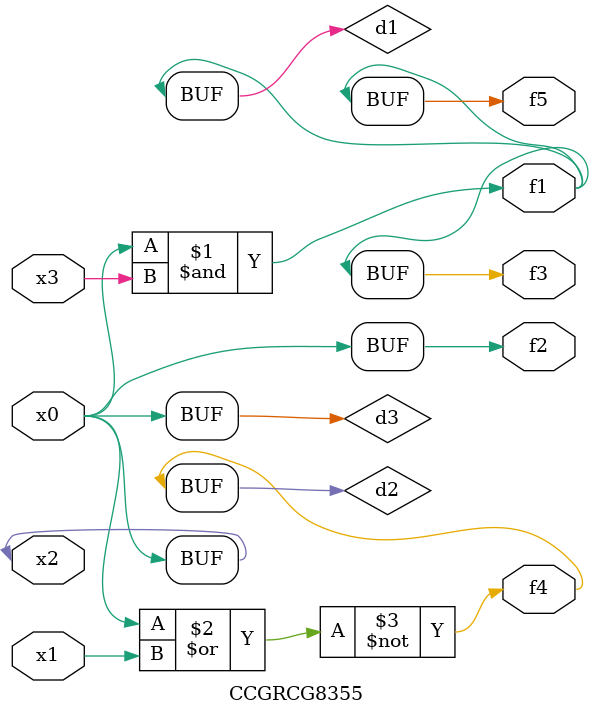
<source format=v>
module CCGRCG8355(
	input x0, x1, x2, x3,
	output f1, f2, f3, f4, f5
);

	wire d1, d2, d3;

	and (d1, x2, x3);
	nor (d2, x0, x1);
	buf (d3, x0, x2);
	assign f1 = d1;
	assign f2 = d3;
	assign f3 = d1;
	assign f4 = d2;
	assign f5 = d1;
endmodule

</source>
